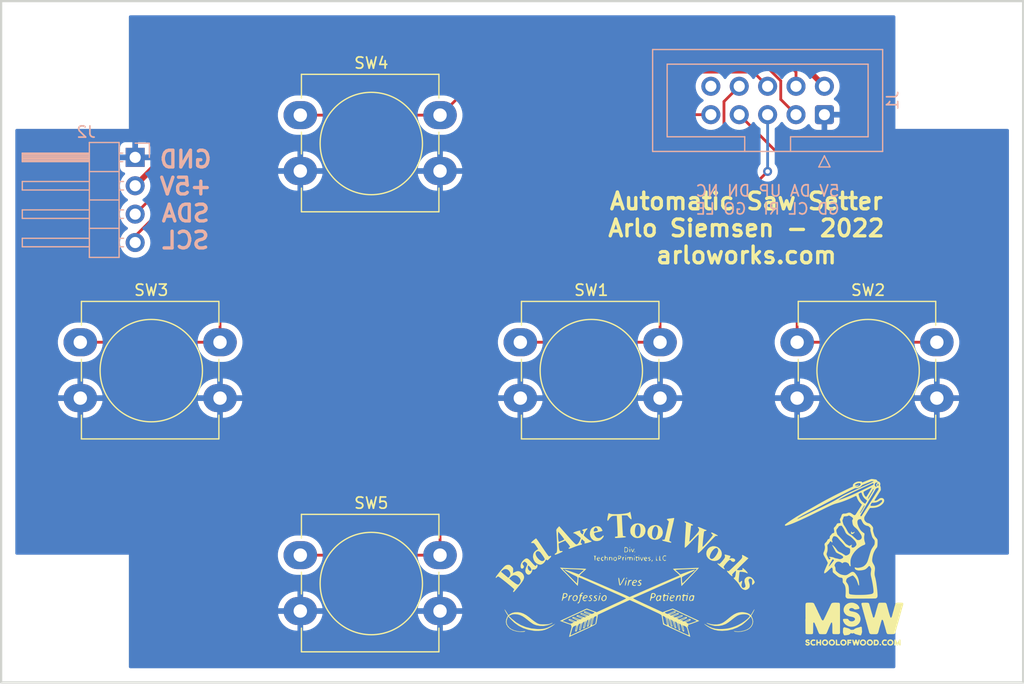
<source format=kicad_pcb>
(kicad_pcb (version 20211014) (generator pcbnew)
  (layers (0 "F.Cu" signal) (31 "B.Cu" signal) (34 "B.Paste" user) (35 "F.Paste" user) (36 "B.SilkS" user "B.Silkscreen") (37 "F.SilkS" user "F.Silkscreen") (38 "B.Mask" user) (39 "F.Mask" user) (44 "Edge.Cuts" user))
  (net 0 "")
  (net 1 "GND")
  (net 2 "+5V")
  (net 3 "/SCL")
  (net 4 "/SDA")
  (net 5 "/RIGHT")
  (net 6 "/UP")
  (net 7 "/GO")
  (net 8 "/DOWN")
  (net 9 "/LEFT")
  (footprint "Button_Switch_THT:SW_PUSH-12mm_Wuerth-430476085716" (layer "F.Cu") (at 185.52 111.8)
    (fp_text reference "SW2" (at 6.35 -4.66) (layer "F.SilkS"))
    (fp_text value "SW_Push")
    (pad "1" thru_hole oval (at 0 0) (size 3 2.5) (drill 1.2) (layers *.Cu *.Mask) (net 7 "/GO"))
    (pad "1" thru_hole oval (at 12.5 0) (size 3 2.5) (drill 1.2) (layers *.Cu *.Mask) (net 7 "/GO"))
    (pad "2" thru_hole oval (at 0 5) (size 3 2.5) (drill 1.2) (layers *.Cu *.Mask) (net 1 "GND"))
    (pad "2" thru_hole oval (at 12.5 5) (size 3 2.5) (drill 1.2) (layers *.Cu *.Mask) (net 1 "GND"))
  )
  (footprint "MountingHole:MountingHole_4.3mm_M4" (layer "F.Cu") (at 200.66 137.16)
    (fp_text reference "H1" hide)
    (fp_text value "MountingHole")
    (pad "" np_thru_hole circle (at 0 0) (size 4.3 4.3) (drill 4.3) (layers *.Cu *.Mask))
  )
  (footprint "MountingHole:MountingHole_4.3mm_M4" (layer "F.Cu") (at 119.38 86.36)
    (fp_text reference "H1" hide)
    (fp_text value "MountingHole")
    (pad "" np_thru_hole circle (at 0 0) (size 4.3 4.3) (drill 4.3) (layers *.Cu *.Mask))
  )
  (footprint "Button_Switch_THT:SW_PUSH-12mm_Wuerth-430476085716" (layer "F.Cu") (at 121.385 111.8)
    (fp_text reference "SW3" (at 6.35 -4.66) (layer "F.SilkS"))
    (fp_text value "SW_Push")
    (pad "1" thru_hole oval (at 0 0) (size 3 2.5) (drill 1.2) (layers *.Cu *.Mask) (net 9 "/LEFT"))
    (pad "1" thru_hole oval (at 12.5 0) (size 3 2.5) (drill 1.2) (layers *.Cu *.Mask) (net 9 "/LEFT"))
    (pad "2" thru_hole oval (at 0 5) (size 3 2.5) (drill 1.2) (layers *.Cu *.Mask) (net 1 "GND"))
    (pad "2" thru_hole oval (at 12.5 5) (size 3 2.5) (drill 1.2) (layers *.Cu *.Mask) (net 1 "GND"))
  )
  (footprint "Button_Switch_THT:SW_PUSH-12mm_Wuerth-430476085716" (layer "F.Cu") (at 160.755 111.8)
    (fp_text reference "SW1" (at 6.35 -4.66) (layer "F.SilkS"))
    (fp_text value "SW_Push")
    (pad "1" thru_hole oval (at 0 0) (size 3 2.5) (drill 1.2) (layers *.Cu *.Mask) (net 5 "/RIGHT"))
    (pad "1" thru_hole oval (at 12.5 0) (size 3 2.5) (drill 1.2) (layers *.Cu *.Mask) (net 5 "/RIGHT"))
    (pad "2" thru_hole oval (at 0 5) (size 3 2.5) (drill 1.2) (layers *.Cu *.Mask) (net 1 "GND"))
    (pad "2" thru_hole oval (at 12.5 5) (size 3 2.5) (drill 1.2) (layers *.Cu *.Mask) (net 1 "GND"))
  )
  (footprint "MountingHole:MountingHole_4.3mm_M4" (layer "F.Cu") (at 119.38 137.16)
    (fp_text reference "H1" hide)
    (fp_text value "MountingHole")
    (pad "" np_thru_hole circle (at 0 0) (size 4.3 4.3) (drill 4.3) (layers *.Cu *.Mask))
  )
  (footprint "Button_Switch_THT:SW_PUSH-12mm_Wuerth-430476085716" (layer "F.Cu") (at 141.07 91.48)
    (fp_text reference "SW4" (at 6.35 -4.66) (layer "F.SilkS"))
    (fp_text value "SW_Push")
    (pad "1" thru_hole oval (at 0 0) (size 3 2.5) (drill 1.2) (layers *.Cu *.Mask) (net 6 "/UP"))
    (pad "1" thru_hole oval (at 12.5 0) (size 3 2.5) (drill 1.2) (layers *.Cu *.Mask) (net 6 "/UP"))
    (pad "2" thru_hole oval (at 0 5) (size 3 2.5) (drill 1.2) (layers *.Cu *.Mask) (net 1 "GND"))
    (pad "2" thru_hole oval (at 12.5 5) (size 3 2.5) (drill 1.2) (layers *.Cu *.Mask) (net 1 "GND"))
  )
  (footprint "Button_Switch_THT:SW_PUSH-12mm_Wuerth-430476085716" (layer "F.Cu") (at 141.07 130.85)
    (fp_text reference "SW5" (at 6.35 -4.66) (layer "F.SilkS"))
    (fp_text value "SW_Push")
    (pad "1" thru_hole oval (at 12.5 0) (size 3 2.5) (drill 1.2) (layers *.Cu *.Mask) (net 8 "/DOWN"))
    (pad "1" thru_hole oval (at 0 0) (size 3 2.5) (drill 1.2) (layers *.Cu *.Mask) (net 8 "/DOWN"))
    (pad "2" thru_hole oval (at 12.5 5) (size 3 2.5) (drill 1.2) (layers *.Cu *.Mask) (net 1 "GND"))
    (pad "2" thru_hole oval (at 0 5) (size 3 2.5) (drill 1.2) (layers *.Cu *.Mask) (net 1 "GND"))
  )
  (footprint "LOGO" (layer "F.Cu") (at 190.5 131.445)
    (fp_text reference "G***" hide)
    (fp_text value "LOGO" hide)
  )
  (footprint "MountingHole:MountingHole_4.3mm_M4" (layer "F.Cu") (at 200.66 86.36)
    (fp_text reference "H1" hide)
    (fp_text value "MountingHole")
    (pad "" np_thru_hole circle (at 0 0) (size 4.3 4.3) (drill 4.3) (layers *.Cu *.Mask))
  )
  (footprint "LOGO" (layer "F.Cu") (at 170.18 132.715)
    (fp_text reference "G***" hide)
    (fp_text value "LOGO" hide)
  )
  (footprint "Connector_IDC:IDC-Header_2x05_P2.54mm_Vertical" (layer "B.Cu") (at 187.96 91.44 90)
    (fp_text reference "J1" (at 1.27 6.1 90) (layer "B.SilkS") (effects (justify mirror)))
    (fp_text value "Conn_02x05_Odd_Even")
    (pad "1" thru_hole roundrect (at 0 0 90) (size 1.7 1.7) (drill 1) (layers *.Cu *.Mask) (roundrect_rratio 0.1470588235) (net 1 "GND"))
    (pad "2" thru_hole circle (at 2.54 0 90) (size 1.7 1.7) (drill 1) (layers *.Cu *.Mask) (net 2 "+5V"))
    (pad "3" thru_hole circle (at 0 -2.54 90) (size 1.7 1.7) (drill 1) (layers *.Cu *.Mask) (net 3 "/SCL"))
    (pad "4" thru_hole circle (at 2.54 -2.54 90) (size 1.7 1.7) (drill 1) (layers *.Cu *.Mask) (net 4 "/SDA"))
    (pad "5" thru_hole circle (at 0 -5.08 90) (size 1.7 1.7) (drill 1) (layers *.Cu *.Mask) (net 5 "/RIGHT"))
    (pad "6" thru_hole circle (at 2.54 -5.08 90) (size 1.7 1.7) (drill 1) (layers *.Cu *.Mask) (net 6 "/UP"))
    (pad "7" thru_hole circle (at 0 -7.62 90) (size 1.7 1.7) (drill 1) (layers *.Cu *.Mask) (net 7 "/GO"))
    (pad "8" thru_hole circle (at 2.54 -7.62 90) (size 1.7 1.7) (drill 1) (layers *.Cu *.Mask) (net 8 "/DOWN"))
    (pad "9" thru_hole circle (at 0 -10.16 90) (size 1.7 1.7) (drill 1) (layers *.Cu *.Mask) (net 9 "/LEFT"))
    (pad "10" thru_hole circle (at 2.54 -10.16 90) (size 1.7 1.7) (drill 1) (layers *.Cu *.Mask))
  )
  (footprint "Connector_PinHeader_2.54mm:PinHeader_1x04_P2.54mm_Horizontal" (layer "B.Cu") (at 126.295 95.26 180)
    (fp_text reference "J2" (at 4.385 2.27) (layer "B.SilkS") (effects (justify mirror)))
    (fp_text value "Conn_01x04")
    (pad "1" thru_hole rect (at 0 0 180) (size 1.7 1.7) (drill 1) (layers *.Cu *.Mask) (net 1 "GND"))
    (pad "2" thru_hole oval (at 0 -2.54 180) (size 1.7 1.7) (drill 1) (layers *.Cu *.Mask) (net 2 "+5V"))
    (pad "3" thru_hole oval (at 0 -5.08 180) (size 1.7 1.7) (drill 1) (layers *.Cu *.Mask) (net 4 "/SDA"))
    (pad "4" thru_hole oval (at 0 -7.62 180) (size 1.7 1.7) (drill 1) (layers *.Cu *.Mask) (net 3 "/SCL"))
  )
  (gr_rect (start 114.3 81.28) (end 205.74 142.24) (layer "Edge.Cuts") (width 0.2) (fill none))
  (gr_text "GND\n+5V\nSDA\nSCL" (at 130.81 99.06) (layer "B.SilkS") (effects (font (size 1.5 1.5) (thickness 0.3)) (justify mirror)))
  (gr_text "5V DA UP DN NC\nGD CL RI  GO LE" (at 182.88 99.06) (layer "B.SilkS") (effects (font (size 1 1)) (justify mirror)))
  (gr_text "Automatic Saw Setter\nArlo Siemsen - 2022\narloworks.com" (at 180.975 101.6) (layer "F.SilkS") (effects (font (size 1.5 1.5) (thickness 0.3))))
  (segment (start 182.88 83.82) (end 187.96 88.9) (width 0.508) (layer "F.Cu") (net 2))
  (segment (start 140.275 83.82) (end 182.88 83.82) (width 0.508) (layer "F.Cu") (net 2))
  (segment (start 126.295 97.8) (end 140.275 83.82) (width 0.508) (layer "F.Cu") (net 2))
  (segment (start 126.295 102.305) (end 126.295 102.88) (width 0.25) (layer "F.Cu") (net 3))
  (segment (start 182.00101 86.36) (end 142.24 86.36) (width 0.25) (layer "F.Cu") (net 3))
  (segment (start 184.054511 90.074511) (end 184.054511 88.413501) (width 0.25) (layer "F.Cu") (net 3))
  (segment (start 184.054511 88.413501) (end 182.00101 86.36) (width 0.25) (layer "F.Cu") (net 3))
  (segment (start 142.24 86.36) (end 126.295 102.305) (width 0.25) (layer "F.Cu") (net 3))
  (segment (start 185.42 91.44) (end 184.054511 90.074511) (width 0.25) (layer "F.Cu") (net 3))
  (segment (start 185.42 87.63) (end 185.42 88.9) (width 0.25) (layer "F.Cu") (net 4))
  (segment (start 141.545 85.09) (end 182.88 85.09) (width 0.25) (layer "F.Cu") (net 4))
  (segment (start 126.295 100.34) (end 141.545 85.09) (width 0.25) (layer "F.Cu") (net 4))
  (segment (start 182.88 85.09) (end 185.42 87.63) (width 0.25) (layer "F.Cu") (net 4))
  (segment (start 160.755 111.8) (end 173.255 111.8) (width 0.25) (layer "F.Cu") (net 5))
  (segment (start 173.255 111.8) (end 173.255 106.145) (width 0.25) (layer "F.Cu") (net 5))
  (segment (start 173.255 106.145) (end 182.88 96.52) (width 0.25) (layer "F.Cu") (net 5))
  (via (at 182.88 96.52) (size 0.8) (drill 0.4) (layers "F.Cu" "B.Cu") (net 5))
  (segment (start 182.88 96.52) (end 182.88 91.44) (width 0.25) (layer "B.Cu") (net 5))
  (segment (start 153.63 91.48) (end 157.48 87.63) (width 0.25) (layer "F.Cu") (net 6))
  (segment (start 153.57 91.48) (end 153.63 91.48) (width 0.25) (layer "F.Cu") (net 6))
  (segment (start 157.48 87.63) (end 181.61 87.63) (width 0.25) (layer "F.Cu") (net 6))
  (segment (start 181.61 87.63) (end 182.88 88.9) (width 0.25) (layer "F.Cu") (net 6))
  (segment (start 141.07 91.48) (end 153.57 91.48) (width 0.25) (layer "F.Cu") (net 6))
  (segment (start 185.52 111.8) (end 198.02 111.8) (width 0.25) (layer "F.Cu") (net 7))
  (segment (start 185.52 96.62) (end 180.34 91.44) (width 0.25) (layer "F.Cu") (net 7))
  (segment (start 185.52 111.8) (end 185.52 96.62) (width 0.25) (layer "F.Cu") (net 7))
  (segment (start 168.91 109.22) (end 158.75 109.22) (width 0.25) (layer "F.Cu") (net 8))
  (segment (start 178.974511 99.155489) (end 168.91 109.22) (width 0.25) (layer "F.Cu") (net 8))
  (segment (start 180.34 88.9) (end 178.974511 90.265489) (width 0.25) (layer "F.Cu") (net 8))
  (segment (start 158.75 109.22) (end 153.57 114.4) (width 0.25) (layer "F.Cu") (net 8))
  (segment (start 178.974511 90.265489) (end 178.974511 99.155489) (width 0.25) (layer "F.Cu") (net 8))
  (segment (start 153.57 130.85) (end 141.07 130.85) (width 0.25) (layer "F.Cu") (net 8))
  (segment (start 153.57 114.4) (end 153.57 130.85) (width 0.25) (layer "F.Cu") (net 8))
  (segment (start 133.885 98.525) (end 138.43 93.98) (width 0.25) (layer "F.Cu") (net 9))
  (segment (start 133.885 111.8) (end 133.885 98.525) (width 0.25) (layer "F.Cu") (net 9))
  (segment (start 158.75 91.44) (end 177.8 91.44) (width 0.25) (layer "F.Cu") (net 9))
  (segment (start 121.385 111.8) (end 133.885 111.8) (width 0.25) (layer "F.Cu") (net 9))
  (segment (start 156.21 93.98) (end 158.75 91.44) (width 0.25) (layer "F.Cu") (net 9))
  (segment (start 138.43 93.98) (end 156.21 93.98) (width 0.25) (layer "F.Cu") (net 9))
  (zone (net 0) (net_name "") (layers F&B.Cu) (connect_pads (clearance 0)) (min_thickness 0.254)
    (keepout (tracks allowed) (vias allowed) (pads allowed) (copperpour not_allowed) (footprints allowed))
    (fill (thermal_gap 0.508) (thermal_bridge_width 0.508))
    (polygon (pts (xy 125.73 142.24) (xy 114.3 142.24) (xy 114.3 130.81) (xy 125.73 130.81)))
  )
  (zone (net 0) (net_name "") (layers F&B.Cu) (connect_pads (clearance 0)) (min_thickness 0.254)
    (keepout (tracks allowed) (vias allowed) (pads allowed) (copperpour not_allowed) (footprints allowed))
    (fill (thermal_gap 0.508) (thermal_bridge_width 0.508))
    (polygon (pts (xy 125.73 92.71) (xy 114.3 92.71) (xy 114.3 81.28) (xy 125.73 81.28)))
  )
  (zone (net 0) (net_name "") (layers F&B.Cu) (connect_pads (clearance 0)) (min_thickness 0.254)
    (keepout (tracks allowed) (vias allowed) (pads allowed) (copperpour not_allowed) (footprints allowed))
    (fill (thermal_gap 0.508) (thermal_bridge_width 0.508))
    (polygon (pts (xy 205.74 142.24) (xy 194.31 142.24) (xy 194.31 130.81) (xy 205.74 130.81)))
  )
  (zone (net 0) (net_name "") (layers F&B.Cu) (connect_pads (clearance 0)) (min_thickness 0.254)
    (keepout (tracks allowed) (vias allowed) (pads allowed) (copperpour not_allowed) (footprints allowed))
    (fill (thermal_gap 0.508) (thermal_bridge_width 0.508))
    (polygon (pts (xy 205.74 92.71) (xy 194.31 92.71) (xy 194.31 81.28) (xy 205.74 81.28)))
  )
  (zone (net 1) (net_name "GND") (layer "B.Cu") (connect_pads (clearance 0.508)) (min_thickness 0.254) (fill yes (thermal_gap 0.508) (thermal_bridge_width 0.508))
    (polygon (pts (xy 204.47 140.97) (xy 115.57 140.97) (xy 115.57 82.55) (xy 204.47 82.55)))
  )
)
</source>
